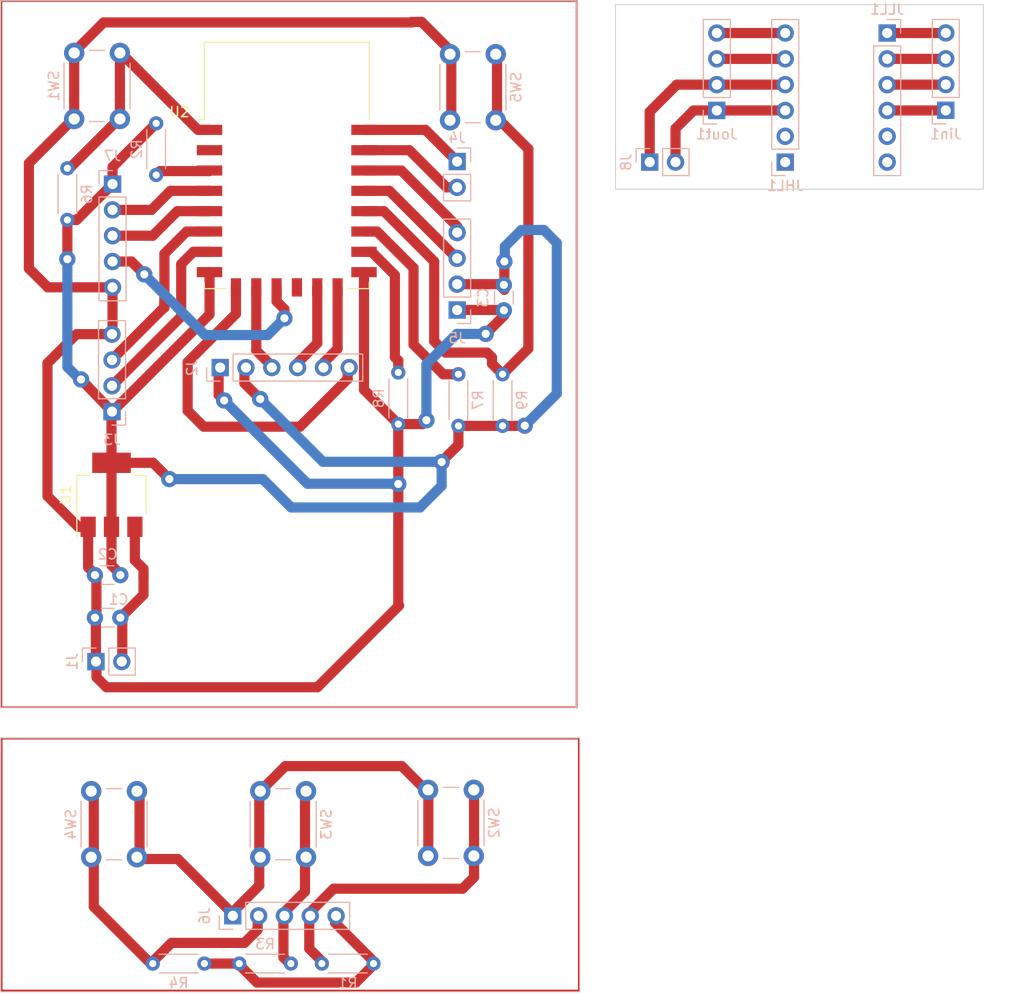
<source format=kicad_pcb>
(kicad_pcb (version 20211014) (generator pcbnew)
  (layers (0 "F.Cu" signal) (31 "B.Cu" signal) (34 "B.Paste" user) (35 "F.Paste" user) (36 "B.SilkS" user "B.Silkscreen") (37 "F.SilkS" user "F.Silkscreen") (38 "B.Mask" user) (39 "F.Mask" user) (44 "Edge.Cuts" user))
  (net 0 "")
  (net 1 "+5V")
  (net 2 "GND")
  (net 3 "+3.3V")
  (net 4 "Net-(J2-Pad3)")
  (net 5 "Net-(J2-Pad4)")
  (net 6 "Net-(J2-Pad5)")
  (net 7 "Net-(J2-Pad6)")
  (net 8 "/TX")
  (net 9 "Net-(J3-Pad3)")
  (net 10 "Net-(J4-Pad1)")
  (net 11 "Net-(J4-Pad2)")
  (net 12 "Net-(J5-Pad3)")
  (net 13 "Net-(J5-Pad4)")
  (net 14 "Net-(J6-Pad2)")
  (net 15 "Net-(J6-Pad3)")
  (net 16 "Net-(J6-Pad4)")
  (net 17 "Net-(J7-Pad2)")
  (net 18 "Net-(J7-Pad3)")
  (net 19 "Net-(J7-Pad4)")
  (net 20 "Net-(R2-Pad2)")
  (net 21 "Net-(R6-Pad2)")
  (net 22 "Net-(R7-Pad2)")
  (net 23 "Net-(R8-Pad1)")
  (net 24 "Net-(R9-Pad2)")
  (net 29 "Net-(JHL1-Pad5)")
  (net 30 "Net-(JHL1-Pad6)")
  (net 31 "Net-(JLL1-Pad4)")
  (net 32 "Net-(JLL1-Pad3)")
  (net 33 "Net-(JLL1-Pad2)")
  (net 36 "+4V")
  (net 37 "Net-(JLL1-Pad1)")
  (footprint "RF_Module:ESP-12E" (layer "F.Cu") (at 50.6476 38.5572)
    (fp_text reference "U2" (at -10.56 -5.26) (layer "F.SilkS"))
    (fp_text value "ESP-12F")
    (pad "1" smd rect (at -7.6 -3.5) (size 2.5 1) (layers "F.Cu" "F.Paste" "F.Mask") (net 21 "Net-(R6-Pad2)"))
    (pad "2" smd rect (at -7.6 -1.5) (size 2.5 1) (layers "F.Cu" "F.Paste" "F.Mask"))
    (pad "3" smd rect (at -7.6 0.5) (size 2.5 1) (layers "F.Cu" "F.Paste" "F.Mask") (net 20 "Net-(R2-Pad2)"))
    (pad "4" smd rect (at -7.6 2.5) (size 2.5 1) (layers "F.Cu" "F.Paste" "F.Mask") (net 17 "Net-(J7-Pad2)"))
    (pad "5" smd rect (at -7.6 4.5) (size 2.5 1) (layers "F.Cu" "F.Paste" "F.Mask") (net 18 "Net-(J7-Pad3)"))
    (pad "6" smd rect (at -7.6 6.5) (size 2.5 1) (layers "F.Cu" "F.Paste" "F.Mask") (net 9 "Net-(J3-Pad3)"))
    (pad "7" smd rect (at -7.6 8.5) (size 2.5 1) (layers "F.Cu" "F.Paste" "F.Mask") (net 8 "/TX"))
    (pad "8" smd rect (at -7.6 10.5) (size 2.5 1) (layers "F.Cu" "F.Paste" "F.Mask") (net 3 "+3.3V"))
    (pad "9" smd rect (at -5 12) (size 1 1.8) (layers "F.Cu" "F.Paste" "F.Mask") (net 7 "Net-(J2-Pad6)"))
    (pad "10" smd rect (at -3 12) (size 1 1.8) (layers "F.Cu" "F.Paste" "F.Mask") (net 4 "Net-(J2-Pad3)"))
    (pad "11" smd rect (at -1 12) (size 1 1.8) (layers "F.Cu" "F.Paste" "F.Mask") (net 19 "Net-(J7-Pad4)"))
    (pad "12" smd rect (at 1 12) (size 1 1.8) (layers "F.Cu" "F.Paste" "F.Mask"))
    (pad "13" smd rect (at 3 12) (size 1 1.8) (layers "F.Cu" "F.Paste" "F.Mask") (net 5 "Net-(J2-Pad4)"))
    (pad "14" smd rect (at 5 12) (size 1 1.8) (layers "F.Cu" "F.Paste" "F.Mask") (net 6 "Net-(J2-Pad5)"))
    (pad "15" smd rect (at 7.6 10.5) (size 2.5 1) (layers "F.Cu" "F.Paste" "F.Mask") (net 2 "GND"))
    (pad "16" smd rect (at 7.6 8.5) (size 2.5 1) (layers "F.Cu" "F.Paste" "F.Mask") (net 23 "Net-(R8-Pad1)"))
    (pad "17" smd rect (at 7.6 6.5) (size 2.5 1) (layers "F.Cu" "F.Paste" "F.Mask") (net 22 "Net-(R7-Pad2)"))
    (pad "18" smd rect (at 7.6 4.5) (size 2.5 1) (layers "F.Cu" "F.Paste" "F.Mask") (net 24 "Net-(R9-Pad2)"))
    (pad "19" smd rect (at 7.6 2.5) (size 2.5 1) (layers "F.Cu" "F.Paste" "F.Mask") (net 12 "Net-(J5-Pad3)"))
    (pad "20" smd rect (at 7.6 0.5) (size 2.5 1) (layers "F.Cu" "F.Paste" "F.Mask") (net 13 "Net-(J5-Pad4)"))
    (pad "21" smd rect (at 7.6 -1.5) (size 2.5 1) (layers "F.Cu" "F.Paste" "F.Mask") (net 11 "Net-(J4-Pad2)"))
    (pad "22" smd rect (at 7.6 -3.5) (size 2.5 1) (layers "F.Cu" "F.Paste" "F.Mask") (net 10 "Net-(J4-Pad1)"))
  )
  (footprint "Package_TO_SOT_SMD:SOT-223-3_TabPin2" (layer "F.Cu") (at 33.401 70.9676 90)
    (fp_text reference "U1" (at 0 -4.5 90) (layer "F.SilkS"))
    (fp_text value "LD1117S33TR_SOT223")
    (pad "1" smd rect (at -3.15 -2.3 90) (size 2 1.5) (layers "F.Cu" "F.Paste" "F.Mask") (net 2 "GND"))
    (pad "2" smd rect (at 3.15 0 90) (size 2 3.8) (layers "F.Cu" "F.Paste" "F.Mask") (net 3 "+3.3V"))
    (pad "2" smd rect (at -3.15 0 90) (size 2 1.5) (layers "F.Cu" "F.Paste" "F.Mask") (net 3 "+3.3V"))
    (pad "3" smd rect (at -3.15 2.3 90) (size 2 1.5) (layers "F.Cu" "F.Paste" "F.Mask") (net 36 "+4V"))
  )
  (footprint "Connector_PinHeader_2.54mm:PinHeader_1x04_P2.54mm_Vertical" (layer "B.Cu") (at 115.4942 33.1374)
    (fp_text reference "Jin1" (at 0 2.33) (layer "B.SilkS") (effects (justify mirror)))
    (fp_text value "Conn_01x04_Female")
    (pad "1" thru_hole rect (at 0 0) (size 1.7 1.7) (drill 1) (layers *.Cu *.Mask) (net 31 "Net-(JLL1-Pad4)"))
    (pad "2" thru_hole oval (at 0 -2.54) (size 1.7 1.7) (drill 1) (layers *.Cu *.Mask) (net 32 "Net-(JLL1-Pad3)"))
    (pad "3" thru_hole oval (at 0 -5.08) (size 1.7 1.7) (drill 1) (layers *.Cu *.Mask) (net 33 "Net-(JLL1-Pad2)"))
    (pad "4" thru_hole oval (at 0 -7.62) (size 1.7 1.7) (drill 1) (layers *.Cu *.Mask) (net 37 "Net-(JLL1-Pad1)"))
  )
  (footprint "Connector_PinSocket_2.54mm:PinSocket_1x04_P2.54mm_Vertical" (layer "B.Cu") (at 33.4522 62.7788)
    (fp_text reference "J3" (at 0 2.77) (layer "B.SilkS") (effects (justify mirror)))
    (fp_text value "Conn_01x04_Female")
    (pad "1" thru_hole rect (at 0 0) (size 1.7 1.7) (drill 1) (layers *.Cu *.Mask) (net 3 "+3.3V"))
    (pad "2" thru_hole oval (at 0 -2.54) (size 1.7 1.7) (drill 1) (layers *.Cu *.Mask) (net 8 "/TX"))
    (pad "3" thru_hole oval (at 0 -5.08) (size 1.7 1.7) (drill 1) (layers *.Cu *.Mask) (net 9 "Net-(J3-Pad3)"))
    (pad "4" thru_hole oval (at 0 -7.62) (size 1.7 1.7) (drill 1) (layers *.Cu *.Mask) (net 2 "GND"))
  )
  (footprint "Resistor_THT:R_Axial_DIN0204_L3.6mm_D1.6mm_P5.08mm_Horizontal" (layer "B.Cu") (at 29.0576 43.9166 90)
    (fp_text reference "R6" (at 2.54 1.92 90) (layer "B.SilkS") (effects (justify mirror)))
    (fp_text value "10k")
    (pad "1" thru_hole circle (at 0 0 90) (size 1.4 1.4) (drill 0.7) (layers *.Cu *.Mask) (net 3 "+3.3V"))
    (pad "2" thru_hole oval (at 5.08 0 90) (size 1.4 1.4) (drill 0.7) (layers *.Cu *.Mask) (net 21 "Net-(R6-Pad2)"))
  )
  (footprint "Button_Switch_THT:SW_PUSH_6mm_H13mm" (layer "B.Cu") (at 31.405 100.128 -90)
    (fp_text reference "SW4" (at 3.25 2 90) (layer "B.SilkS") (effects (justify mirror)))
    (fp_text value "SW_Push")
    (pad "1" thru_hole circle (at 6.5 0 180) (size 2 2) (drill 1.1) (layers *.Cu *.Mask) (net 14 "Net-(J6-Pad2)"))
    (pad "1" thru_hole circle (at 0 0 180) (size 2 2) (drill 1.1) (layers *.Cu *.Mask) (net 14 "Net-(J6-Pad2)"))
    (pad "2" thru_hole circle (at 6.5 -4.5 180) (size 2 2) (drill 1.1) (layers *.Cu *.Mask) (net 3 "+3.3V"))
    (pad "2" thru_hole circle (at 0 -4.5 180) (size 2 2) (drill 1.1) (layers *.Cu *.Mask) (net 3 "+3.3V"))
  )
  (footprint "Connector_PinSocket_2.54mm:PinSocket_1x05_P2.54mm_Vertical" (layer "B.Cu") (at 45.339 112.395 -90)
    (fp_text reference "J6" (at 0 2.77 90) (layer "B.SilkS") (effects (justify mirror)))
    (fp_text value "Conn_01x05_Female")
    (pad "1" thru_hole rect (at 0 0 270) (size 1.7 1.7) (drill 1) (layers *.Cu *.Mask) (net 3 "+3.3V"))
    (pad "2" thru_hole oval (at 0 -2.54 270) (size 1.7 1.7) (drill 1) (layers *.Cu *.Mask) (net 14 "Net-(J6-Pad2)"))
    (pad "3" thru_hole oval (at 0 -5.08 270) (size 1.7 1.7) (drill 1) (layers *.Cu *.Mask) (net 15 "Net-(J6-Pad3)"))
    (pad "4" thru_hole oval (at 0 -7.62 270) (size 1.7 1.7) (drill 1) (layers *.Cu *.Mask) (net 16 "Net-(J6-Pad4)"))
    (pad "5" thru_hole oval (at 0 -10.16 270) (size 1.7 1.7) (drill 1) (layers *.Cu *.Mask) (net 2 "GND"))
  )
  (footprint "Connector_PinSocket_2.54mm:PinSocket_1x04_P2.54mm_Vertical" (layer "B.Cu") (at 67.4116 52.7812)
    (fp_text reference "J5" (at 0 2.77) (layer "B.SilkS") (effects (justify mirror)))
    (fp_text value "Conn_01x04_Female")
    (pad "1" thru_hole rect (at 0 0) (size 1.7 1.7) (drill 1) (layers *.Cu *.Mask) (net 2 "GND"))
    (pad "2" thru_hole oval (at 0 -2.54) (size 1.7 1.7) (drill 1) (layers *.Cu *.Mask) (net 3 "+3.3V"))
    (pad "3" thru_hole oval (at 0 -5.08) (size 1.7 1.7) (drill 1) (layers *.Cu *.Mask) (net 12 "Net-(J5-Pad3)"))
    (pad "4" thru_hole oval (at 0 -7.62) (size 1.7 1.7) (drill 1) (layers *.Cu *.Mask) (net 13 "Net-(J5-Pad4)"))
  )
  (footprint "Resistor_THT:R_Axial_DIN0204_L3.6mm_D1.6mm_P5.08mm_Horizontal" (layer "B.Cu") (at 54.102 117.094)
    (fp_text reference "R1" (at 2.54 1.92) (layer "B.SilkS") (effects (justify mirror)))
    (fp_text value "1k")
    (pad "1" thru_hole circle (at 0 0) (size 1.4 1.4) (drill 0.7) (layers *.Cu *.Mask) (net 16 "Net-(J6-Pad4)"))
    (pad "2" thru_hole oval (at 5.08 0) (size 1.4 1.4) (drill 0.7) (layers *.Cu *.Mask) (net 2 "GND"))
  )
  (footprint "Resistor_THT:R_Axial_DIN0204_L3.6mm_D1.6mm_P5.08mm_Horizontal" (layer "B.Cu") (at 67.5386 64.1858 90)
    (fp_text reference "R7" (at 2.54 1.92 90) (layer "B.SilkS") (effects (justify mirror)))
    (fp_text value "10k")
    (pad "1" thru_hole circle (at 0 0 90) (size 1.4 1.4) (drill 0.7) (layers *.Cu *.Mask) (net 3 "+3.3V"))
    (pad "2" thru_hole oval (at 5.08 0 90) (size 1.4 1.4) (drill 0.7) (layers *.Cu *.Mask) (net 22 "Net-(R7-Pad2)"))
  )
  (footprint "Connector_PinHeader_2.54mm:PinHeader_1x02_P2.54mm_Vertical" (layer "B.Cu") (at 31.872 87.376 -90)
    (fp_text reference "J1" (at 0 2.33 90) (layer "B.SilkS") (effects (justify mirror)))
    (fp_text value "Conn_01x02_Female")
    (pad "1" thru_hole rect (at 0 0 270) (size 1.7 1.7) (drill 1) (layers *.Cu *.Mask) (net 2 "GND"))
    (pad "2" thru_hole oval (at 0 -2.54 270) (size 1.7 1.7) (drill 1) (layers *.Cu *.Mask) (net 36 "+4V"))
  )
  (footprint "Connector_PinSocket_2.54mm:PinSocket_1x05_P2.54mm_Vertical" (layer "B.Cu") (at 33.5022 40.3906 180)
    (fp_text reference "J7" (at 0 2.77) (layer "B.SilkS") (effects (justify mirror)))
    (fp_text value "Conn_01x05_Female")
    (pad "1" thru_hole rect (at 0 0 180) (size 1.7 1.7) (drill 1) (layers *.Cu *.Mask) (net 3 "+3.3V"))
    (pad "2" thru_hole oval (at 0 -2.54 180) (size 1.7 1.7) (drill 1) (layers *.Cu *.Mask) (net 17 "Net-(J7-Pad2)"))
    (pad "3" thru_hole oval (at 0 -5.08 180) (size 1.7 1.7) (drill 1) (layers *.Cu *.Mask) (net 18 "Net-(J7-Pad3)"))
    (pad "4" thru_hole oval (at 0 -7.62 180) (size 1.7 1.7) (drill 1) (layers *.Cu *.Mask) (net 19 "Net-(J7-Pad4)"))
    (pad "5" thru_hole oval (at 0 -10.16 180) (size 1.7 1.7) (drill 1) (layers *.Cu *.Mask) (net 2 "GND"))
  )
  (footprint "Button_Switch_THT:SW_PUSH_6mm_H13mm" (layer "B.Cu") (at 69.052 106.501 90)
    (fp_text reference "SW2" (at 3.25 2 90) (layer "B.SilkS") (effects (justify mirror)))
    (fp_text value "SW_Push")
    (pad "1" thru_hole circle (at 6.5 0) (size 2 2) (drill 1.1) (layers *.Cu *.Mask) (net 16 "Net-(J6-Pad4)"))
    (pad "1" thru_hole circle (at 0 0) (size 2 2) (drill 1.1) (layers *.Cu *.Mask) (net 16 "Net-(J6-Pad4)"))
    (pad "2" thru_hole circle (at 0 -4.5) (size 2 2) (drill 1.1) (layers *.Cu *.Mask) (net 3 "+3.3V"))
    (pad "2" thru_hole circle (at 6.5 -4.5) (size 2 2) (drill 1.1) (layers *.Cu *.Mask) (net 3 "+3.3V"))
  )
  (footprint "Resistor_THT:R_Axial_DIN0204_L3.6mm_D1.6mm_P5.08mm_Horizontal" (layer "B.Cu") (at 71.882 64.1858 90)
    (fp_text reference "R9" (at 2.54 1.92 90) (layer "B.SilkS") (effects (justify mirror)))
    (fp_text value "10k")
    (pad "1" thru_hole circle (at 0 0 90) (size 1.4 1.4) (drill 0.7) (layers *.Cu *.Mask) (net 3 "+3.3V"))
    (pad "2" thru_hole oval (at 5.08 0 90) (size 1.4 1.4) (drill 0.7) (layers *.Cu *.Mask) (net 24 "Net-(R9-Pad2)"))
  )
  (footprint "Connector_PinHeader_2.54mm:PinHeader_1x02_P2.54mm_Vertical" (layer "B.Cu") (at 67.4116 38.1712 180)
    (fp_text reference "J4" (at 0 2.33) (layer "B.SilkS") (effects (justify mirror)))
    (fp_text value "Conn_01x02_Female")
    (pad "1" thru_hole rect (at 0 0 180) (size 1.7 1.7) (drill 1) (layers *.Cu *.Mask) (net 10 "Net-(J4-Pad1)"))
    (pad "2" thru_hole oval (at 0 -2.54 180) (size 1.7 1.7) (drill 1) (layers *.Cu *.Mask) (net 11 "Net-(J4-Pad2)"))
  )
  (footprint "Connector_PinSocket_2.54mm:PinSocket_1x06_P2.54mm_Vertical" (layer "B.Cu") (at 44.094 58.445 -90)
    (fp_text reference "J2" (at 0 2.77 90) (layer "B.SilkS") (effects (justify mirror)))
    (fp_text value "Conn_01x06_Female")
    (pad "1" thru_hole rect (at 0 0 270) (size 1.7 1.7) (drill 1) (layers *.Cu *.Mask) (net 2 "GND"))
    (pad "2" thru_hole oval (at 0 -2.54 270) (size 1.7 1.7) (drill 1) (layers *.Cu *.Mask) (net 3 "+3.3V"))
    (pad "3" thru_hole oval (at 0 -5.08 270) (size 1.7 1.7) (drill 1) (layers *.Cu *.Mask) (net 4 "Net-(J2-Pad3)"))
    (pad "4" thru_hole oval (at 0 -7.62 270) (size 1.7 1.7) (drill 1) (layers *.Cu *.Mask) (net 5 "Net-(J2-Pad4)"))
    (pad "5" thru_hole oval (at 0 -10.16 270) (size 1.7 1.7) (drill 1) (layers *.Cu *.Mask) (net 6 "Net-(J2-Pad5)"))
    (pad "6" thru_hole oval (at 0 -12.7 270) (size 1.7 1.7) (drill 1) (layers *.Cu *.Mask) (net 7 "Net-(J2-Pad6)"))
  )
  (footprint "Capacitor_THT:C_Disc_D3.0mm_W1.6mm_P2.50mm" (layer "B.Cu") (at 34.27 78.867 180)
    (fp_text reference "C2" (at 1.25 2.05) (layer "B.SilkS") (effects (justify mirror)))
    (fp_text value "100n")
    (pad "1" thru_hole circle (at 0 0 180) (size 1.6 1.6) (drill 0.8) (layers *.Cu *.Mask) (net 3 "+3.3V"))
    (pad "2" thru_hole circle (at 2.5 0 180) (size 1.6 1.6) (drill 0.8) (layers *.Cu *.Mask) (net 2 "GND"))
  )
  (footprint "Connector_PinHeader_2.54mm:PinHeader_1x04_P2.54mm_Vertical" (layer "B.Cu") (at 92.964 33.147)
    (fp_text reference "Jout1" (at 0 2.33) (layer "B.SilkS") (effects (justify mirror)))
    (fp_text value "Conn_01x04_Female")
    (pad "1" thru_hole rect (at 0 0) (size 1.7 1.7) (drill 1) (layers *.Cu *.Mask) (net 2 "GND"))
    (pad "2" thru_hole oval (at 0 -2.54) (size 1.7 1.7) (drill 1) (layers *.Cu *.Mask) (net 1 "+5V"))
    (pad "3" thru_hole oval (at 0 -5.08) (size 1.7 1.7) (drill 1) (layers *.Cu *.Mask) (net 29 "Net-(JHL1-Pad5)"))
    (pad "4" thru_hole oval (at 0 -7.62) (size 1.7 1.7) (drill 1) (layers *.Cu *.Mask) (net 30 "Net-(JHL1-Pad6)"))
  )
  (footprint "Button_Switch_THT:SW_PUSH_6mm" (layer "B.Cu") (at 29.7286 27.484 -90)
    (fp_text reference "SW1" (at 3.25 2 90) (layer "B.SilkS") (effects (justify mirror)))
    (fp_text value "SW_Push")
    (pad "1" thru_hole circle (at 6.5 0 180) (size 2 2) (drill 1.1) (layers *.Cu *.Mask) (net 2 "GND"))
    (pad "1" thru_hole circle (at 0 0 180) (size 2 2) (drill 1.1) (layers *.Cu *.Mask) (net 2 "GND"))
    (pad "2" thru_hole circle (at 0 -4.5 180) (size 2 2) (drill 1.1) (layers *.Cu *.Mask) (net 21 "Net-(R6-Pad2)"))
    (pad "2" thru_hole circle (at 6.5 -4.5 180) (size 2 2) (drill 1.1) (layers *.Cu *.Mask) (net 21 "Net-(R6-Pad2)"))
  )
  (footprint "Capacitor_THT:C_Disc_D3.0mm_W1.6mm_P2.50mm" (layer "B.Cu") (at 34.27 83.058 180)
    (fp_text reference "C1" (at 0.1832 1.796) (layer "B.SilkS") (effects (justify mirror)))
    (fp_text value "100n")
    (pad "1" thru_hole circle (at 0 0 180) (size 1.6 1.6) (drill 0.8) (layers *.Cu *.Mask) (net 36 "+4V"))
    (pad "2" thru_hole circle (at 2.5 0 180) (size 1.6 1.6) (drill 0.8) (layers *.Cu *.Mask) (net 2 "GND"))
  )
  (footprint "Resistor_THT:R_Axial_DIN0204_L3.6mm_D1.6mm_P5.08mm_Horizontal" (layer "B.Cu") (at 37.465 117.094)
    (fp_text reference "R4" (at 2.54 1.92) (layer "B.SilkS") (effects (justify mirror)))
    (fp_text value "1k")
    (pad "1" thru_hole circle (at 0 0) (size 1.4 1.4) (drill 0.7) (layers *.Cu *.Mask) (net 14 "Net-(J6-Pad2)"))
    (pad "2" thru_hole oval (at 5.08 0) (size 1.4 1.4) (drill 0.7) (layers *.Cu *.Mask) (net 2 "GND"))
  )
  (footprint "Connector_PinHeader_2.54mm:PinHeader_1x06_P2.54mm_Vertical" (layer "B.Cu") (at 99.695 38.227)
    (fp_text reference "JHL1" (at 0 2.33) (layer "B.SilkS") (effects (justify mirror)))
    (fp_text value "Conn_01x06_Female")
    (pad "1" thru_hole rect (at 0 0) (size 1.7 1.7) (drill 1) (layers *.Cu *.Mask))
    (pad "2" thru_hole oval (at 0 -2.54) (size 1.7 1.7) (drill 1) (layers *.Cu *.Mask))
    (pad "3" thru_hole oval (at 0 -5.08) (size 1.7 1.7) (drill 1) (layers *.Cu *.Mask) (net 2 "GND"))
    (pad "4" thru_hole oval (at 0 -7.62) (size 1.7 1.7) (drill 1) (layers *.Cu *.Mask) (net 1 "+5V"))
    (pad "5" thru_hole oval (at 0 -10.16) (size 1.7 1.7) (drill 1) (layers *.Cu *.Mask) (net 29 "Net-(JHL1-Pad5)"))
    (pad "6" thru_hole oval (at 0 -12.7) (size 1.7 1.7) (drill 1) (layers *.Cu *.Mask) (net 30 "Net-(JHL1-Pad6)"))
  )
  (footprint "Resistor_THT:R_Axial_DIN0204_L3.6mm_D1.6mm_P5.08mm_Horizontal" (layer "B.Cu") (at 37.7952 34.417 -90)
    (fp_text reference "R2" (at 2.54 1.92 90) (layer "B.SilkS") (effects (justify mirror)))
    (fp_text value "10k")
    (pad "1" thru_hole circle (at 0 0 270) (size 1.4 1.4) (drill 0.7) (layers *.Cu *.Mask) (net 3 "+3.3V"))
    (pad "2" thru_hole oval (at 5.08 0 270) (size 1.4 1.4) (drill 0.7) (layers *.Cu *.Mask) (net 20 "Net-(R2-Pad2)"))
  )
  (footprint "Button_Switch_THT:SW_PUSH_6mm_H13mm" (layer "B.Cu") (at 52.542 106.628 90)
    (fp_text reference "SW3" (at 3.25 2 90) (layer "B.SilkS") (effects (justify mirror)))
    (fp_text value "SW_Push")
    (pad "1" thru_hole circle (at 6.5 0) (size 2 2) (drill 1.1) (layers *.Cu *.Mask) (net 15 "Net-(J6-Pad3)"))
    (pad "1" thru_hole circle (at 0 0) (size 2 2) (drill 1.1) (layers *.Cu *.Mask) (net 15 "Net-(J6-Pad3)"))
    (pad "2" thru_hole circle (at 6.5 -4.5) (size 2 2) (drill 1.1) (layers *.Cu *.Mask) (net 3 "+3.3V"))
    (pad "2" thru_hole circle (at 0 -4.5) (size 2 2) (drill 1.1) (layers *.Cu *.Mask) (net 3 "+3.3V"))
  )
  (footprint "Connector_PinHeader_2.54mm:PinHeader_1x02_P2.54mm_Vertical" (layer "B.Cu") (at 86.36 38.227 -90)
    (fp_text reference "J8" (at 0 2.33 90) (layer "B.SilkS") (effects (justify mirror)))
    (fp_text value "Conn_01x02_Female")
    (pad "1" thru_hole rect (at 0 0 270) (size 1.7 1.7) (drill 1) (layers *.Cu *.Mask) (net 1 "+5V"))
    (pad "2" thru_hole oval (at 0 -2.54 270) (size 1.7 1.7) (drill 1) (layers *.Cu *.Mask) (net 2 "GND"))
  )
  (footprint "Capacitor_THT:C_Disc_D3.0mm_W1.6mm_P2.50mm" (layer "B.Cu") (at 72.009 50.312 -90)
    (fp_text reference "C3" (at 1.25 2.05 90) (layer "B.SilkS") (effects (justify mirror)))
    (fp_text value "100n")
    (pad "1" thru_hole circle (at 0 0 270) (size 1.6 1.6) (drill 0.8) (layers *.Cu *.Mask) (net 3 "+3.3V"))
    (pad "2" thru_hole circle (at 2.5 0 270) (size 1.6 1.6) (drill 0.8) (layers *.Cu *.Mask) (net 2 "GND"))
  )
  (footprint "Resistor_THT:R_Axial_DIN0204_L3.6mm_D1.6mm_P5.08mm_Horizontal" (layer "B.Cu") (at 51.054 117.094 180)
    (fp_text reference "R3" (at 2.54 1.92) (layer "B.SilkS") (effects (justify mirror)))
    (fp_text value "1k")
    (pad "1" thru_hole circle (at 0 0 180) (size 1.4 1.4) (drill 0.7) (layers *.Cu *.Mask) (net 15 "Net-(J6-Pad3)"))
    (pad "2" thru_hole oval (at 5.08 0 180) (size 1.4 1.4) (drill 0.7) (layers *.Cu *.Mask) (net 2 "GND"))
  )
  (footprint "Connector_PinHeader_2.54mm:PinHeader_1x06_P2.54mm_Vertical" (layer "B.Cu") (at 109.728 25.527 180)
    (fp_text reference "JLL1" (at 0 2.33) (layer "B.SilkS") (effects (justify mirror)))
    (fp_text value "Conn_01x06_Female")
    (pad "1" thru_hole rect (at 0 0 180) (size 1.7 1.7) (drill 1) (layers *.Cu *.Mask) (net 37 "Net-(JLL1-Pad1)"))
    (pad "2" thru_hole oval (at 0 -2.54 180) (size 1.7 1.7) (drill 1) (layers *.Cu *.Mask) (net 33 "Net-(JLL1-Pad2)"))
    (pad "3" thru_hole oval (at 0 -5.08 180) (size 1.7 1.7) (drill 1) (layers *.Cu *.Mask) (net 32 "Net-(JLL1-Pad3)"))
    (pad "4" thru_hole oval (at 0 -7.62 180) (size 1.7 1.7) (drill 1) (layers *.Cu *.Mask) (net 31 "Net-(JLL1-Pad4)"))
    (pad "5" thru_hole oval (at 0 -10.16 180) (size 1.7 1.7) (drill 1) (layers *.Cu *.Mask))
    (pad "6" thru_hole oval (at 0 -12.7 180) (size 1.7 1.7) (drill 1) (layers *.Cu *.Mask))
  )
  (footprint "Button_Switch_THT:SW_PUSH_6mm" (layer "B.Cu") (at 71.211 34.111 90)
    (fp_text reference "SW5" (at 3.25 2 90) (layer "B.SilkS") (effects (justify mirror)))
    (fp_text value "SW_Push")
    (pad "1" thru_hole circle (at 6.5 0) (size 2 2) (drill 1.1) (layers *.Cu *.Mask) (net 24 "Net-(R9-Pad2)"))
    (pad "1" thru_hole circle (at 0 0) (size 2 2) (drill 1.1) (layers *.Cu *.Mask) (net 24 "Net-(R9-Pad2)"))
    (pad "2" thru_hole circle (at 6.5 -4.5) (size 2 2) (drill 1.1) (layers *.Cu *.Mask) (net 2 "GND"))
    (pad "2" thru_hole circle (at 0 -4.5) (size 2 2) (drill 1.1) (layers *.Cu *.Mask) (net 2 "GND"))
  )
  (footprint "Resistor_THT:R_Axial_DIN0204_L3.6mm_D1.6mm_P5.08mm_Horizontal" (layer "B.Cu") (at 61.6204 58.928 -90)
    (fp_text reference "R8" (at 2.54 1.92 90) (layer "B.SilkS") (effects (justify mirror)))
    (fp_text value "10k")
    (pad "1" thru_hole circle (at 0 0 270) (size 1.4 1.4) (drill 0.7) (layers *.Cu *.Mask) (net 23 "Net-(R8-Pad1)"))
    (pad "2" thru_hole oval (at 5.08 0 270) (size 1.4 1.4) (drill 0.7) (layers *.Cu *.Mask) (net 2 "GND"))
  )
  (gr_rect (start 22.5552 22.3774) (end 79.1464 91.8972) (layer "F.Cu") (width 0.2) (fill none))
  (gr_rect (start 22.5806 94.9452) (end 79.4004 119.761) (layer "F.Cu") (width 0.2) (fill none))
  (gr_rect (start 22.479 94.869) (end 79.502 119.888) (layer "Edge.Cuts") (width 0.1) (fill none))
  (gr_rect (start 22.479 22.352) (end 79.121 91.948) (layer "Edge.Cuts") (width 0.1) (fill none))
  (gr_rect (start 82.9945 22.733) (end 119.1895 40.894) (layer "Edge.Cuts") (width 0.1) (fill none))
  (segment (start 86.36 37.846) (end 86.36 33.274) (width 1) (layer "F.Cu") (net 1))
  (segment (start 89.027 30.607) (end 92.964 30.607) (width 1) (layer "F.Cu") (net 1))
  (segment (start 86.36 33.274) (end 89.027 30.607) (width 1) (layer "F.Cu") (net 1))
  (segment (start 92.964 30.607) (end 99.695 30.607) (width 1) (layer "F.Cu") (net 1))
  (segment (start 31.101 78.1018) (end 31.917 78.9178) (width 1) (layer "F.Cu") (net 2))
  (segment (start 88.9 37.846) (end 88.9 34.925) (width 1) (layer "F.Cu") (net 2))
  (segment (start 62.9666 24.4348) (end 63.9158 24.4348) (width 1) (layer "F.Cu") (net 2))
  (segment (start 45.847 117.094) (end 42.3418 117.094) (width 1) (layer "F.Cu") (net 2))
  (segment (start 66.838 27.357) (end 66.838 33.857) (width 1) (layer "F.Cu") (net 2))
  (segment (start 67.4116 52.7812) (end 71.5464 52.7812) (width 1) (layer "F.Cu") (net 2))
  (segment (start 88.9 34.925) (end 90.678 33.147) (width 1) (layer "F.Cu") (net 2))
  (segment (start 61.6204 69.8754) (end 61.6204 64.008) (width 1) (layer "F.Cu") (net 2))
  (segment (start 58.2476 49.0572) (end 58.2476 60.6352) (width 1) (layer "F.Cu") (net 2))
  (segment (start 27.1018 58.0136) (end 27.1018 71.0946) (width 1) (layer "F.Cu") (net 2))
  (segment (start 58.2476 60.6352) (end 61.6204 64.008) (width 1) (layer "F.Cu") (net 2))
  (segment (start 55.402 113.0854) (end 59.3598 117.0432) (width 1) (layer "F.Cu") (net 2))
  (segment (start 33.4522 55.1588) (end 29.9566 55.1588) (width 1) (layer "F.Cu") (net 2))
  (segment (start 29.7286 27.3824) (end 29.7286 33.8824) (width 1) (layer "F.Cu") (net 2))
  (segment (start 53.6569 89.9039) (end 61.6966 81.8642) (width 1) (layer "F.Cu") (net 2))
  (segment (start 25.273 38.338) (end 25.273 48.6918) (width 1) (layer "F.Cu") (net 2))
  (segment (start 29.7286 27.3824) (end 32.6254 24.4856) (width 1) (layer "F.Cu") (net 2))
  (segment (start 55.402 112.116) (end 55.402 113.0854) (width 1) (layer "F.Cu") (net 2))
  (segment (start 71.5464 52.7812) (end 72.0598 53.2946) (width 1) (layer "F.Cu") (net 2))
  (segment (start 90.678 33.147) (end 92.964 33.147) (width 1) (layer "F.Cu") (net 2))
  (segment (start 29.7286 33.8824) (end 25.273 38.338) (width 1) (layer "F.Cu") (net 2))
  (segment (start 63.9158 24.4348) (end 66.838 27.357) (width 1) (layer "F.Cu") (net 2))
  (segment (start 72.0598 53.2946) (end 70.221 55.1334) (width 1) (layer "F.Cu") (net 2))
  (segment (start 25.273 48.6918) (end 27.1318 50.5506) (width 1) (layer "F.Cu") (net 2))
  (segment (start 29.9566 55.1588) (end 27.1018 58.0136) (width 1) (layer "F.Cu") (net 2))
  (segment (start 31.9228 87.2998) (end 31.9228 88.9204) (width 1) (layer "F.Cu") (net 2))
  (segment (start 32.9063 89.9039) (end 53.6569 89.9039) (width 1) (layer "F.Cu") (net 2))
  (segment (start 67.4116 52.7812) (end 67.2846 52.7812) (width 0.25) (layer "F.Cu") (net 2))
  (segment (start 92.964 33.147) (end 99.695 33.147) (width 1) (layer "F.Cu") (net 2))
  (segment (start 61.6204 81.788) (end 61.6204 69.9008) (width 1) (layer "F.Cu") (net 2))
  (segment (start 31.917 78.9178) (end 31.917 82.931) (width 1) (layer "F.Cu") (net 2))
  (segment (start 61.6966 81.8642) (end 61.6204 81.788) (width 1) (layer "F.Cu") (net 2))
  (segment (start 31.8974 78.9374) (end 31.917 78.9178) (width 0.25) (layer "F.Cu") (net 2))
  (segment (start 61.6204 69.9008) (end 61.6204 69.8754) (width 1) (layer "F.Cu") (net 2))
  (segment (start 33.5022 50.5506) (end 33.5022 55.1088) (width 1) (layer "F.Cu") (net 2))
  (segment (start 47.714 118.961) (end 57.442 118.961) (width 1) (layer "F.Cu") (net 2))
  (segment (start 31.8662 87.2432) (end 31.9228 87.2998) (width 1) (layer "F.Cu") (net 2))
  (segment (start 30.1248 74.1176) (end 31.101 74.1176) (width 1) (layer "F.Cu") (net 2))
  (segment (start 45.847 117.094) (end 47.714 118.961) (width 1) (layer "F.Cu") (net 2))
  (segment (start 32.6254 24.4856) (end 62.9158 24.4856) (width 1) (layer "F.Cu") (net 2))
  (segment (start 33.5022 55.1088) (end 33.4522 55.1588) (width 1) (layer "F.Cu") (net 2))
  (segment (start 27.1018 71.0946) (end 30.1248 74.1176) (width 1) (layer "F.Cu") (net 2))
  (segment (start 43.9416 61.1374) (end 44.45 61.6458) (width 1) (layer "F.Cu") (net 2))
  (segment (start 31.9228 88.9204) (end 32.9063 89.9039) (width 1) (layer "F.Cu") (net 2))
  (segment (start 64.008 64.008) (end 64.389 63.627) (width 1) (layer "F.Cu") (net 2))
  (segment (start 27.1318 50.5506) (end 33.5022 50.5506) (width 1) (layer "F.Cu") (net 2))
  (segment (start 57.442 118.961) (end 59.3598 117.0432) (width 1) (layer "F.Cu") (net 2))
  (segment (start 31.917 82.931) (end 31.8662 82.9818) (width 1) (layer "F.Cu") (net 2))
  (segment (start 61.6204 64.008) (end 64.008 64.008) (width 1) (layer "F.Cu") (net 2))
  (segment (start 31.8662 82.9818) (end 31.8662 87.2432) (width 1) (layer "F.Cu") (net 2))
  (segment (start 43.9416 58.141) (end 43.9416 61.1374) (width 1) (layer "F.Cu") (net 2))
  (segment (start 62.9158 24.4856) (end 62.9666 24.4348) (width 1) (layer "F.Cu") (net 2))
  (segment (start 31.101 74.1176) (end 31.101 78.1018) (width 1) (layer "F.Cu") (net 2))
  (via (at 44.4881 61.6839) (size 1.6) (drill 0.8) (layers "F.Cu" "B.Cu") (net 2))
  (via (at 70.221 55.1334) (size 1.6) (drill 0.8) (layers "F.Cu" "B.Cu") (net 2))
  (via (at 61.6204 69.9008) (size 1.6) (drill 0.8) (layers "F.Cu" "B.Cu") (net 2))
  (via (at 64.389 63.627) (size 1.6) (drill 0.8) (layers "F.Cu" "B.Cu") (net 2))
  (segment (start 44.45 61.6458) (end 44.4881 61.6839) (width 1) (layer "B.Cu") (net 2))
  (segment (start 67.3708 55.1334) (end 64.389 58.1152) (width 1) (layer "B.Cu") (net 2))
  (segment (start 52.6796 69.8754) (end 61.6204 69.8754) (width 1) (layer "B.Cu") (net 2))
  (segment (start 44.4881 61.6839) (end 52.6796 69.8754) (width 1) (layer "B.Cu") (net 2))
  (segment (start 64.389 58.1152) (end 64.389 63.627) (width 1) (layer "B.Cu") (net 2))
  (segment (start 70.221 55.1334) (end 67.3708 55.1334) (width 1) (layer "B.Cu") (net 2))
  (segment (start 43.0476 49.0572) (end 43.0476 52.8374) (width 0.25) (layer "F.Cu") (net 3))
  (segment (start 47.9404 100.2296) (end 50.507 97.663) (width 1) (layer "F.Cu") (net 3))
  (segment (start 67.4116 50.2412) (end 71.5064 50.2412) (width 1) (layer "F.Cu") (net 3))
  (segment (start 72.0598 48.006) (end 72.1106 47.9552) (width 1) (layer "F.Cu") (net 3))
  (segment (start 50.507 97.663) (end 61.96 97.663) (width 1) (layer "F.Cu") (net 3))
  (segment (start 33.401 63.3476) (end 33.401 62.83) (width 1) (layer "F.Cu") (net 3))
  (segment (start 43.0476 49.0572) (end 43.0476 53.2184) (width 1) (layer "F.Cu") (net 3))
  (segment (start 33.401 62.865) (end 33.401 63.3476) (width 1) (layer "F.Cu") (net 3))
  (segment (start 33.401 67.8176) (end 33.401 63.3476) (width 1) (layer "F.Cu") (net 3))
  (segment (start 29.0576 43.9166) (end 29.9762 43.9166) (width 1) (layer "F.Cu") (net 3))
  (segment (start 47.9404 100.2296) (end 47.9404 106.7296) (width 1) (layer "F.Cu") (net 3))
  (segment (start 67.5386 64.1858) (end 71.882 64.1858) (width 1) (layer "F.Cu") (net 3))
  (segment (start 37.49 67.8176) (end 39.0906 69.4182) (width 1) (layer "F.Cu") (net 3))
  (segment (start 36.159 100.3058) (end 36.159 106.8058) (width 1) (layer "F.Cu") (net 3))
  (segment (start 72.0598 50.7946) (end 72.0598 48.006) (width 1) (layer "F.Cu") (net 3))
  (segment (start 61.96 97.663) (end 64.5774 100.2804) (width 1) (layer "F.Cu") (net 3))
  (segment (start 74.0664 64.1604) (end 74.1934 64.0334) (width 1) (layer "F.Cu") (net 3))
  (segment (start 71.882 64.1858) (end 74.041 64.1858) (width 1) (layer "F.Cu") (net 3))
  (segment (start 30.4038 59.6138) (end 30.3074 59.634) (width 1) (layer "F.Cu") (net 3))
  (segment (start 47.9404 109.4176) (end 45.242 112.116) (width 1) (layer "F.Cu") (net 3))
  (segment (start 71.5064 50.2412) (end 72.0598 50.7946) (width 1) (layer "F.Cu") (net 3))
  (segment (start 34.417 78.9178) (end 33.401 77.9018) (width 1) (layer "F.Cu") (net 3))
  (segment (start 74.041 64.1858) (end 74.0664 64.1604) (width 1) (layer "F.Cu") (net 3))
  (segment (start 33.401 74.1176) (end 33.401 67.8176) (width 1) (layer "F.Cu") (net 3))
  (segment (start 36.159 106.8058) (end 39.9318 106.8058) (width 1) (layer "F.Cu") (net 3))
  (segment (start 43.0476 53.2184) (end 33.401 62.865) (width 1) (layer "F.Cu") (net 3))
  (segment (start 33.5022 40.3906) (end 33.5022 38.71) (width 1) (layer "F.Cu") (net 3))
  (segment (start 33.401 67.8176) (end 37.49 67.8176) (width 1) (layer "F.Cu") (net 3))
  (segment (start 67.5386 66.04) (end 65.8622 67.7164) (width 1) (layer "F.Cu") (net 3))
  (segment (start 39.9318 106.8058) (end 45.242 112.116) (width 1) (layer "F.Cu") (net 3))
  (segment (start 29.9762 43.9166) (end 33.5022 40.3906) (width 1) (layer "F.Cu") (net 3))
  (segment (start 33.401 77.9018) (end 33.401 74.1176) (width 1) (layer "F.Cu") (net 3))
  (segment (start 67.5386 64.1858) (end 67.5386 66.04) (width 1) (layer "F.Cu") (net 3))
  (segment (start 47.9404 106.7296) (end 47.9404 109.4176) (width 1) (layer "F.Cu") (net 3))
  (segment (start 74.1934 64.0334) (end 74.2442 63.9826) (width 1) (layer "F.Cu") (net 3))
  (segment (start 33.4522 62.7788) (end 30.4038 59.6138) (width 1) (layer "F.Cu") (net 3))
  (segment (start 46.4816 59.9944) (end 48.0314 61.5442) (width 1) (layer "F.Cu") (net 3))
  (segment (start 29.0576 43.9166) (end 29.0576 47.7774) (width 1) (layer "F.Cu") (net 3))
  (segment (start 33.5022 38.71) (end 37.7952 34.417) (width 1) (layer "F.Cu") (net 3))
  (segment (start 64.5774 100.2804) (end 64.5774 106.7804) (width 1) (layer "F.Cu") (net 3))
  (segment (start 46.4816 58.141) (end 46.4816 59.9944) (width 1) (layer "F.Cu") (net 3))
  (segment (start 33.401 62.83) (end 33.4522 62.7788) (width 1) (layer "F.Cu") (net 3))
  (via (at 30.4038 59.6138) (size 1.6) (drill 0.8) (layers "F.Cu" "B.Cu") (net 3))
  (via (at 29.0576 47.7774) (size 1.6) (drill 0.8) (layers "F.Cu" "B.Cu") (net 3))
  (via (at 65.8876 67.7418) (size 1.6) (drill 0.8) (layers "F.Cu" "B.Cu") (net 3))
  (via (at 48.0314 61.5442) (size 1.6) (drill 0.8) (layers "F.Cu" "B.Cu") (net 3))
  (via (at 72.0598 48.006) (size 1.6) (drill 0.8) (layers "F.Cu" "B.Cu") (net 3))
  (via (at 74.0664 64.1604) (size 1.6) (drill 0.8) (layers "F.Cu" "B.Cu") (net 3))
  (via (at 39.0906 69.4182) (size 1.6) (drill 0.8) (layers "F.Cu" "B.Cu") (net 3))
  (segment (start 63.754 72.2122) (end 65.8876 70.0786) (width 1) (layer "B.Cu") (net 3))
  (segment (start 77.216 46.1772) (end 75.946 44.9072) (width 1) (layer "B.Cu") (net 3))
  (segment (start 48.2854 69.4182) (end 51.0794 72.2122) (width 1) (layer "B.Cu") (net 3))
  (segment (start 39.0906 69.4182) (end 48.2854 69.4182) (width 1) (layer "B.Cu") (net 3))
  (segment (start 65.8622 67.7164) (end 54.2036 67.7164) (width 1) (layer "B.Cu") (net 3))
  (segment (start 29.0576 58.3842) (end 30.3074 59.634) (width 1) (layer "B.Cu") (net 3))
  (segment (start 54.2036 67.7164) (end 48.0314 61.5442) (width 1) (layer "B.Cu") (net 3))
  (segment (start 72.1106 46.5328) (end 72.1106 47.9552) (width 1) (layer "B.Cu") (net 3))
  (segment (start 73.7362 44.9072) (end 72.1106 46.5328) (width 1) (layer "B.Cu") (net 3))
  (segment (start 65.8876 70.0786) (end 65.8876 67.7418) (width 1) (layer "B.Cu") (net 3))
  (segment (start 29.0576 47.7774) (end 29.0576 58.3842) (width 1) (layer "B.Cu") (net 3))
  (segment (start 65.8876 67.7418) (end 65.8622 67.7164) (width 1) (layer "B.Cu") (net 3))
  (segment (start 51.0794 72.2122) (end 63.754 72.2122) (width 1) (layer "B.Cu") (net 3))
  (segment (start 75.946 44.9072) (end 73.7362 44.9072) (width 1) (layer "B.Cu") (net 3))
  (segment (start 74.1934 64.0334) (end 77.216 61.0108) (width 1) (layer "B.Cu") (net 3))
  (segment (start 77.216 61.0108) (end 77.216 46.1772) (width 1) (layer "B.Cu") (net 3))
  (segment (start 47.6476 56.767) (end 49.0216 58.141) (width 1) (layer "F.Cu") (net 4))
  (segment (start 47.6476 50.5572) (end 47.6476 56.767) (width 1) (layer "F.Cu") (net 4))
  (segment (start 53.6476 56.055) (end 51.5616 58.141) (width 1) (layer "F.Cu") (net 5))
  (segment (start 53.6476 50.5572) (end 53.6476 56.055) (width 1) (layer "F.Cu") (net 5))
  (segment (start 55.6476 56.595) (end 54.1016 58.141) (width 1) (layer "F.Cu") (net 6))
  (segment (start 55.6476 50.5572) (end 55.6476 56.595) (width 1) (layer "F.Cu") (net 6))
  (segment (start 51.943 64.262) (end 56.6416 59.5634) (width 1) (layer "F.Cu") (net 7))
  (segment (start 45.6476 53.1584) (end 40.894 57.912) (width 1) (layer "F.Cu") (net 7))
  (segment (start 56.6416 59.5634) (end 56.6416 58.141) (width 1) (layer "F.Cu") (net 7))
  (segment (start 42.4688 64.262) (end 51.943 64.262) (width 1) (layer "F.Cu") (net 7))
  (segment (start 40.894 57.912) (end 40.894 62.6872) (width 1) (layer "F.Cu") (net 7))
  (segment (start 40.894 62.6872) (end 42.4688 64.262) (width 1) (layer "F.Cu") (net 7))
  (segment (start 45.6476 50.5572) (end 45.6476 53.1584) (width 1) (layer "F.Cu") (net 7))
  (segment (start 40.259 53.432) (end 33.4522 60.2388) (width 1) (layer "F.Cu") (net 8))
  (segment (start 41.4618 47.0572) (end 40.259 48.26) (width 1) (layer "F.Cu") (net 8))
  (segment (start 40.259 48.26) (end 40.259 53.432) (width 1) (layer "F.Cu") (net 8))
  (segment (start 43.0476 47.0572) (end 41.4618 47.0572) (width 1) (layer "F.Cu") (net 8))
  (segment (start 33.4522 57.6988) (end 33.4522 57.6528) (width 1) (layer "F.Cu") (net 9))
  (segment (start 38.608 52.543) (end 38.608 52.07) (width 1) (layer "F.Cu") (net 9))
  (segment (start 38.562 52.543) (end 38.608 52.543) (width 1) (layer "F.Cu") (net 9))
  (segment (start 40.7948 45.0572) (end 43.0476 45.0572) (width 1) (layer "F.Cu") (net 9))
  (segment (start 38.608 47.244) (end 40.7948 45.0572) (width 1) (layer "F.Cu") (net 9))
  (segment (start 38.608 52.543) (end 38.608 50.673) (width 1) (layer "F.Cu") (net 9))
  (segment (start 33.4522 57.6528) (end 38.562 52.543) (width 1) (layer "F.Cu") (net 9))
  (segment (start 38.608 52.543) (end 38.608 47.244) (width 1) (layer "F.Cu") (net 9))
  (segment (start 58.2476 35.0572) (end 64.2976 35.0572) (width 1) (layer "F.Cu") (net 10))
  (segment (start 64.2976 35.0572) (end 67.4116 38.1712) (width 1) (layer "F.Cu") (net 10))
  (segment (start 66.3652 40.7112) (end 67.4116 40.7112) (width 1) (layer "F.Cu") (net 11))
  (segment (start 58.2476 37.0572) (end 62.7112 37.0572) (width 1) (layer "F.Cu") (net 11))
  (segment (start 62.7112 37.0572) (end 66.3652 40.7112) (width 1) (layer "F.Cu") (net 11))
  (segment (start 67.3862 47.7012) (end 67.4116 47.7012) (width 1) (layer "F.Cu") (net 12))
  (segment (start 60.7422 41.0572) (end 67.3862 47.7012) (width 1) (layer "F.Cu") (net 12))
  (segment (start 58.2476 41.0572) (end 60.7422 41.0572) (width 1) (layer "F.Cu") (net 12))
  (segment (start 58.2476 39.0572) (end 61.9172 39.0572) (width 1) (layer "F.Cu") (net 13))
  (segment (start 61.9172 39.0572) (end 67.4116 44.5516) (width 1) (layer "F.Cu") (net 13))
  (segment (start 67.4116 44.5516) (end 67.4116 45.1612) (width 1) (layer "F.Cu") (net 13))
  (segment (start 39.2938 115.062) (end 46.482 115.062) (width 1) (layer "F.Cu") (net 14))
  (segment (start 31.659 100.3058) (end 31.659 106.8058) (width 1) (layer "F.Cu") (net 14))
  (segment (start 31.659 111.4912) (end 37.2618 117.094) (width 1) (layer "F.Cu") (net 14))
  (segment (start 47.782 113.762) (end 47.782 112.116) (width 1) (layer "F.Cu") (net 14))
  (segment (start 46.482 115.062) (end 47.782 113.762) (width 1) (layer "F.Cu") (net 14))
  (segment (start 37.2618 117.094) (end 39.2938 115.062) (width 1) (layer "F.Cu") (net 14))
  (segment (start 31.659 106.8058) (end 31.659 111.4912) (width 1) (layer "F.Cu") (net 14))
  (segment (start 52.4404 100.2296) (end 52.4404 106.7296) (width 1) (layer "F.Cu") (net 15))
  (segment (start 52.4404 106.7296) (end 52.4404 109.9976) (width 1) (layer "F.Cu") (net 15))
  (segment (start 50.322 116.489) (end 50.927 117.094) (width 1) (layer "F.Cu") (net 15))
  (segment (start 50.322 112.116) (end 50.322 116.489) (width 1) (layer "F.Cu") (net 15))
  (segment (start 52.4404 109.9976) (end 50.322 112.116) (width 1) (layer "F.Cu") (net 15))
  (segment (start 67.945 109.728) (end 69.0774 108.5956) (width 1) (layer "F.Cu") (net 16))
  (segment (start 69.0774 100.2804) (end 69.0774 106.7804) (width 1) (layer "F.Cu") (net 16))
  (segment (start 52.862 115.6254) (end 54.2798 117.0432) (width 1) (layer "F.Cu") (net 16))
  (segment (start 52.862 112.116) (end 52.862 115.6254) (width 1) (layer "F.Cu") (net 16))
  (segment (start 55.25 109.728) (end 67.945 109.728) (width 1) (layer "F.Cu") (net 16))
  (segment (start 52.862 112.116) (end 55.25 109.728) (width 1) (layer "F.Cu") (net 16))
  (segment (start 69.0774 108.5956) (end 69.0774 106.7804) (width 1) (layer "F.Cu") (net 16))
  (segment (start 37.3334 42.9306) (end 39.2068 41.0572) (width 1) (layer "F.Cu") (net 17))
  (segment (start 39.2068 41.0572) (end 43.0476 41.0572) (width 1) (layer "F.Cu") (net 17))
  (segment (start 33.5022 42.9306) (end 37.3334 42.9306) (width 1) (layer "F.Cu") (net 17))
  (segment (start 33.5022 45.4706) (end 37.4604 45.4706) (width 1) (layer "F.Cu") (net 18))
  (segment (start 37.4604 45.4706) (end 39.8738 43.0572) (width 1) (layer "F.Cu") (net 18))
  (segment (start 39.8738 43.0572) (end 43.0476 43.0572) (width 1) (layer "F.Cu") (net 18))
  (segment (start 50.419 52.705) (end 49.6476 51.9336) (width 1) (layer "F.Cu") (net 19))
  (segment (start 49.6476 50.5572) (end 49.6476 51.1462) (width 0.25) (layer "F.Cu") (net 19))
  (segment (start 50.419 53.594) (end 50.419 52.705) (width 1) (layer "F.Cu") (net 19))
  (segment (start 49.6476 50.5572) (end 49.6476 51.2224) (width 0.25) (layer "F.Cu") (net 19))
  (segment (start 49.6476 51.9336) (end 49.6476 50.5572) (width 1) (layer "F.Cu") (net 19))
  (segment (start 33.5022 48.0106) (end 35.3614 48.0106) (width 1) (layer "F.Cu") (net 19))
  (segment (start 35.3614 48.0106) (end 36.6268 49.276) (width 1) (layer "F.Cu") (net 19))
  (via (at 50.419 53.594) (size 1.6) (drill 0.8) (layers "F.Cu" "B.Cu") (net 19))
  (via (at 36.6268 49.276) (size 1.6) (drill 0.8) (layers "F.Cu" "B.Cu") (net 19))
  (segment (start 42.5958 55.245) (end 36.6268 49.276) (width 1) (layer "B.Cu") (net 19))
  (segment (start 50.419 53.594) (end 48.768 55.245) (width 1) (layer "B.Cu") (net 19))
  (segment (start 48.768 55.245) (end 42.5958 55.245) (width 1) (layer "B.Cu") (net 19))
  (segment (start 38.1762 39.116) (end 42.9888 39.116) (width 1) (layer "F.Cu") (net 20))
  (segment (start 42.9888 39.116) (end 43.0476 39.0572) (width 1) (layer "F.Cu") (net 20))
  (segment (start 37.7952 39.497) (end 38.1762 39.116) (width 1) (layer "F.Cu") (net 20))
  (segment (start 34.2286 27.3824) (end 41.9034 35.0572) (width 1) (layer "F.Cu") (net 21))
  (segment (start 29.2744 38.8366) (end 34.2286 33.8824) (width 1) (layer "F.Cu") (net 21))
  (segment (start 29.0576 38.8366) (end 29.2744 38.8366) (width 1) (layer "F.Cu") (net 21))
  (segment (start 41.9034 35.0572) (end 43.0476 35.0572) (width 1) (layer "F.Cu") (net 21))
  (segment (start 34.2286 27.3824) (end 34.2286 33.8824) (width 1) (layer "F.Cu") (net 21))
  (segment (start 63.119 56.1848) (end 66.04 59.1058) (width 1) (layer "F.Cu") (net 22))
  (segment (start 66.04 59.1058) (end 67.5386 59.1058) (width 1) (layer "F.Cu") (net 22))
  (segment (start 58.2476 45.0572) (end 59.5352 45.0572) (width 1) (layer "F.Cu") (net 22))
  (segment (start 59.5352 45.0572) (end 63.119 48.641) (width 1) (layer "F.Cu") (net 22))
  (segment (start 63.119 48.641) (end 63.119 56.1848) (width 1) (layer "F.Cu") (net 22))
  (segment (start 58.9976 47.0572) (end 61.284499 49.344099) (width 1) (layer "F.Cu") (net 23))
  (segment (start 61.284499 49.344099) (end 61.284499 57.423699) (width 1) (layer "F.Cu") (net 23))
  (segment (start 61.284499 57.423699) (end 61.6204 57.7596) (width 1) (layer "F.Cu") (net 23))
  (segment (start 61.6204 57.7596) (end 61.6204 58.928) (width 1) (layer "F.Cu") (net 23))
  (segment (start 58.2476 47.0572) (end 58.9976 47.0572) (width 1) (layer "F.Cu") (net 23))
  (segment (start 58.2476 43.0572) (end 60.2022 43.0572) (width 1) (layer "F.Cu") (net 24))
  (segment (start 65.151 48.006) (end 65.151 55.8546) (width 1) (layer "F.Cu") (net 24))
  (segment (start 70.8406 58.0644) (end 71.882 59.1058) (width 1) (layer "F.Cu") (net 24))
  (segment (start 74.422 56.5658) (end 74.422 36.941) (width 1) (layer "F.Cu") (net 24))
  (segment (start 66.2686 56.9722) (end 70.358 56.9722) (width 1) (layer "F.Cu") (net 24))
  (segment (start 70.8406 57.4548) (end 70.8406 58.0644) (width 1) (layer "F.Cu") (net 24))
  (segment (start 71.338 33.857) (end 71.338 27.357) (width 1) (layer "F.Cu") (net 24))
  (segment (start 74.422 36.941) (end 71.338 33.857) (width 1) (layer "F.Cu") (net 24))
  (segment (start 70.358 56.9722) (end 70.8406 57.4548) (width 1) (layer "F.Cu") (net 24))
  (segment (start 65.151 55.8546) (end 66.2686 56.9722) (width 1) (layer "F.Cu") (net 24))
  (segment (start 71.882 59.1058) (end 74.422 56.5658) (width 1) (layer "F.Cu") (net 24))
  (segment (start 60.2022 43.0572) (end 65.151 48.006) (width 1) (layer "F.Cu") (net 24))
  (segment (start 92.964 28.067) (end 99.695 28.067) (width 1) (layer "F.Cu") (net 29))
  (segment (start 92.964 25.527) (end 99.695 25.527) (width 1) (layer "F.Cu") (net 30))
  (segment (start 109.728 33.147) (end 115.4846 33.147) (width 1) (layer "F.Cu") (net 31))
  (segment (start 115.4846 33.147) (end 115.4942 33.1374) (width 1) (layer "F.Cu") (net 31))
  (segment (start 115.4846 30.607) (end 115.4942 30.5974) (width 1) (layer "F.Cu") (net 32))
  (segment (start 109.728 30.607) (end 115.4846 30.607) (width 1) (layer "F.Cu") (net 32))
  (segment (start 115.4846 28.067) (end 115.4942 28.0574) (width 1) (layer "F.Cu") (net 33))
  (segment (start 109.728 28.067) (end 115.4846 28.067) (width 1) (layer "F.Cu") (net 33))
  (segment (start 34.4628 87.2998) (end 34.4628 83.0784) (width 1) (layer "F.Cu") (net 36))
  (segment (start 36.5506 78.2574) (end 36.5506 79.248) (width 1) (layer "F.Cu") (net 36))
  (segment (start 34.4628 83.0784) (end 34.3662 82.9818) (width 1) (layer "F.Cu") (net 36))
  (segment (start 36.5506 78.6638) (end 36.5506 78.2574) (width 0.25) (layer "F.Cu") (net 36))
  (segment (start 36.5506 79.248) (end 36.5506 78.6638) (width 1) (layer "F.Cu") (net 36))
  (segment (start 35.701 77.4078) (end 35.701 74.1176) (width 1) (layer "F.Cu") (net 36))
  (segment (start 36.5506 80.7974) (end 36.5506 79.248) (width 1) (layer "F.Cu") (net 36))
  (segment (start 34.3662 82.9818) (end 36.5506 80.7974) (width 1) (layer "F.Cu") (net 36))
  (segment (start 36.5506 78.2574) (end 35.701 77.4078) (width 1) (layer "F.Cu") (net 36))
  (segment (start 109.728 25.527) (end 115.4846 25.527) (width 1) (layer "F.Cu") (net 37))
  (segment (start 115.4846 25.527) (end 115.4942 25.5174) (width 1) (layer "F.Cu") (net 37))
)
</source>
